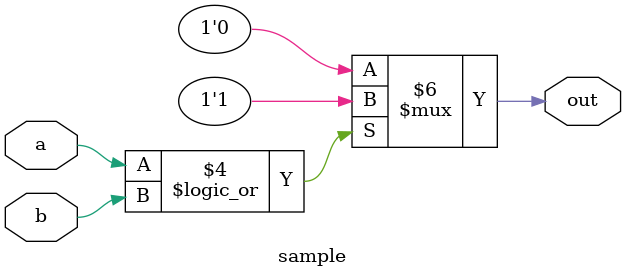
<source format=v>
module sample(a, b, out);
    input a, b;
    output out;
    reg out; // It's hard to assign if you don't declare it using reg

    always @ (a or b) begin // It's okay changing 'or' to ','
        if(a==1 || b==1) out = 1;
        //(a' and b') 
        else             out = 0;
    end
endmodule
</source>
